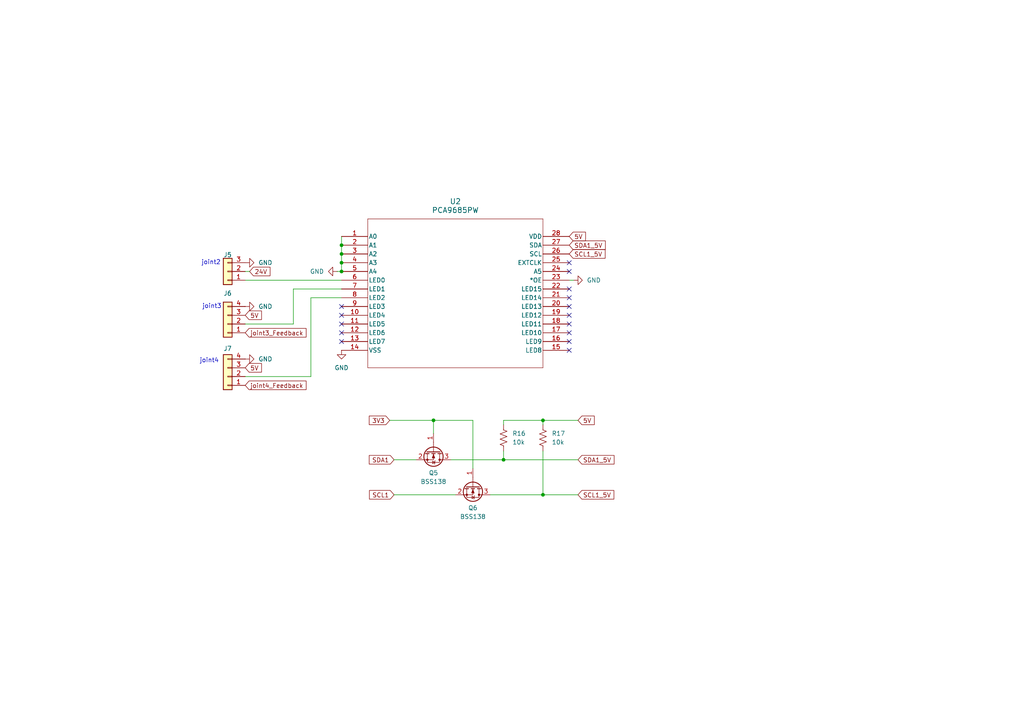
<source format=kicad_sch>
(kicad_sch (version 20250114) (generator "eeschema") (generator_version "9.0")
  (paper "A4")
  (lib_symbols
    (symbol "Alecs_Lib:PCA9685PW" (pin_names (offset 0.254))
      (property "Reference" "U" (at 33.02 10.16 0))
      (property "Value" "PCA9685PW" (at 33.02 7.62 0))
      (property "Footprint" "SOT361-1_NXP" (at 0 0 0))
      (property "Datasheet" "https://www.digikey.be/htmldatasheets/production/1640697/0/0/1/PCA9685-Datasheet.pdf" (at 0 0 0))
      (symbol "PCA9685PW_0_1"
        (polyline (pts (xy 7.62 5.08) (xy 7.62 -38.1)) (stroke (width 0.127)))
        (polyline (pts (xy 7.62 -38.1) (xy 58.42 -38.1)) (stroke (width 0.127)))
        (polyline (pts (xy 58.42 5.08) (xy 7.62 5.08)) (stroke (width 0.127)))
        (polyline (pts (xy 58.42 -38.1) (xy 58.42 5.08)) (stroke (width 0.127)))
        (pin unspecified line (at 0 0 0) (length 7.62) (name "A0") (number "1"))
        (pin unspecified line (at 0 -2.54 0) (length 7.62) (name "A1") (number "2"))
        (pin unspecified line (at 0 -5.08 0) (length 7.62) (name "A2") (number "3"))
        (pin unspecified line (at 0 -7.62 0) (length 7.62) (name "A3") (number "4"))
        (pin unspecified line (at 0 -10.16 0) (length 7.62) (name "A4") (number "5"))
        (pin unspecified line (at 0 -12.7 0) (length 7.62) (name "LED0") (number "6"))
        (pin unspecified line (at 0 -15.24 0) (length 7.62) (name "LED1") (number "7"))
        (pin unspecified line (at 0 -17.78 0) (length 7.62) (name "LED2") (number "8"))
        (pin unspecified line (at 0 -20.32 0) (length 7.62) (name "LED3") (number "9"))
        (pin unspecified line (at 0 -22.86 0) (length 7.62) (name "LED4") (number "10"))
        (pin unspecified line (at 0 -25.4 0) (length 7.62) (name "LED5") (number "11"))
        (pin unspecified line (at 0 -27.94 0) (length 7.62) (name "LED6") (number "12"))
        (pin unspecified line (at 0 -30.48 0) (length 7.62) (name "LED7") (number "13"))
        (pin unspecified line (at 0 -33.02 0) (length 7.62) (name "VSS") (number "14"))
        (pin unspecified line (at 66.04 0 180) (length 7.62) (name "VDD") (number "28"))
        (pin unspecified line (at 66.04 -2.54 180) (length 7.62) (name "SDA") (number "27"))
        (pin unspecified line (at 66.04 -5.08 180) (length 7.62) (name "SCL") (number "26"))
        (pin unspecified line (at 66.04 -7.62 180) (length 7.62) (name "EXTCLK") (number "25"))
        (pin unspecified line (at 66.04 -10.16 180) (length 7.62) (name "A5") (number "24"))
        (pin unspecified line (at 66.04 -12.7 180) (length 7.62) (name "*OE") (number "23"))
        (pin unspecified line (at 66.04 -15.24 180) (length 7.62) (name "LED15") (number "22"))
        (pin unspecified line (at 66.04 -17.78 180) (length 7.62) (name "LED14") (number "21"))
        (pin unspecified line (at 66.04 -20.32 180) (length 7.62) (name "LED13") (number "20"))
        (pin unspecified line (at 66.04 -22.86 180) (length 7.62) (name "LED12") (number "19"))
        (pin unspecified line (at 66.04 -25.4 180) (length 7.62) (name "LED11") (number "18"))
        (pin unspecified line (at 66.04 -27.94 180) (length 7.62) (name "LED10") (number "17"))
        (pin unspecified line (at 66.04 -30.48 180) (length 7.62) (name "LED9") (number "16"))
        (pin unspecified line (at 66.04 -33.02 180) (length 7.62) (name "LED8") (number "15"))
      )
    )
    (symbol "Connector_Generic:Conn_01x03" (pin_names (offset 1.016) (hide yes))
      (property "Reference" "J" (at 0 5.08 0))
      (property "Value" "Conn_01x03" (at 0 -5.08 0))
      (symbol "Conn_01x03_1_1"
        (rectangle (start -1.27 3.81) (end 1.27 -3.81) (stroke (width 0.254)) (fill (type background)))
        (rectangle (start -1.27 2.667) (end 0 2.413) (stroke (width 0.1524)))
        (rectangle (start -1.27 0.127) (end 0 -0.127) (stroke (width 0.1524)))
        (rectangle (start -1.27 -2.413) (end 0 -2.667) (stroke (width 0.1524)))
        (pin passive line (at -5.08 2.54 0) (length 3.81) (name "Pin_1") (number "1"))
        (pin passive line (at -5.08 0 0) (length 3.81) (name "Pin_2") (number "2"))
        (pin passive line (at -5.08 -2.54 0) (length 3.81) (name "Pin_3") (number "3"))
      )
    )
    (symbol "Connector_Generic:Conn_01x04" (pin_names (offset 1.016) (hide yes))
      (property "Reference" "J" (at 0 5.08 0))
      (property "Value" "Conn_01x04" (at 0 -7.62 0))
      (symbol "Conn_01x04_1_1"
        (rectangle (start -1.27 3.81) (end 1.27 -6.35) (stroke (width 0.254)) (fill (type background)))
        (rectangle (start -1.27 2.667) (end 0 2.413) (stroke (width 0.1524)))
        (rectangle (start -1.27 0.127) (end 0 -0.127) (stroke (width 0.1524)))
        (rectangle (start -1.27 -2.413) (end 0 -2.667) (stroke (width 0.1524)))
        (rectangle (start -1.27 -4.953) (end 0 -5.207) (stroke (width 0.1524)))
        (pin passive line (at -5.08 2.54 0) (length 3.81) (name "Pin_1") (number "1"))
        (pin passive line (at -5.08 0 0) (length 3.81) (name "Pin_2") (number "2"))
        (pin passive line (at -5.08 -2.54 0) (length 3.81) (name "Pin_3") (number "3"))
        (pin passive line (at -5.08 -5.08 0) (length 3.81) (name "Pin_4") (number "4"))
      )
    )
    (symbol "Device:R_US" (pin_numbers (hide yes)) (pin_names (offset 0))
      (property "Reference" "R" (at 2.54 0 90))
      (property "Value" "R_US" (at -2.54 0 90))
      (symbol "R_US_0_1"
        (polyline (pts (xy 0 2.286) (xy 0 2.54)))
        (polyline (pts (xy 0 2.286) (xy 1.016 1.905) (xy 0 1.524) (xy -1.016 1.143) (xy 0 0.762)))
        (polyline (pts (xy 0 0.762) (xy 1.016 0.381) (xy 0 0) (xy -1.016 -0.381) (xy 0 -0.762)))
        (polyline (pts (xy 0 -0.762) (xy 1.016 -1.143) (xy 0 -1.524) (xy -1.016 -1.905) (xy 0 -2.286)))
        (polyline (pts (xy 0 -2.286) (xy 0 -2.54)))
      )
      (symbol "R_US_1_1"
        (pin passive line (at 0 3.81 270) (length 1.27) (name "~") (number "1"))
        (pin passive line (at 0 -3.81 90) (length 1.27) (name "~") (number "2"))
      )
    )
    (symbol "Transistor_FET:BSS138" (pin_names (hide yes))
      (property "Reference" "Q" (at 5.08 1.905 0))
      (property "Value" "BSS138" (at 5.08 0 0))
      (symbol "BSS138_0_1"
        (polyline (pts (xy 0.254 1.905) (xy 0.254 -1.905)) (stroke (width 0.254)))
        (polyline (pts (xy 0.254 0) (xy -2.54 0)))
        (polyline (pts (xy 0.762 2.286) (xy 0.762 1.27)) (stroke (width 0.254)))
        (polyline (pts (xy 0.762 0.508) (xy 0.762 -0.508)) (stroke (width 0.254)))
        (polyline (pts (xy 0.762 -1.27) (xy 0.762 -2.286)) (stroke (width 0.254)))
        (polyline (pts (xy 0.762 -1.778) (xy 3.302 -1.778) (xy 3.302 1.778) (xy 0.762 1.778)))
        (polyline (pts (xy 1.016 0) (xy 2.032 0.381) (xy 2.032 -0.381) (xy 1.016 0)) (fill (type outline)))
        (circle (center 1.651 0) (radius 2.794) (stroke (width 0.254)))
        (polyline (pts (xy 2.54 2.54) (xy 2.54 1.778)))
        (circle (center 2.54 1.778) (radius 0.254) (fill (type outline)))
        (circle (center 2.54 -1.778) (radius 0.254) (fill (type outline)))
        (polyline (pts (xy 2.54 -2.54) (xy 2.54 0) (xy 0.762 0)))
        (polyline (pts (xy 2.794 0.508) (xy 2.921 0.381) (xy 3.683 0.381) (xy 3.81 0.254)))
        (polyline (pts (xy 3.302 0.381) (xy 2.921 -0.254) (xy 3.683 -0.254) (xy 3.302 0.381)))
      )
      (symbol "BSS138_1_1"
        (pin input line (at -5.08 0 0) (length 2.54) (name "G") (number "1"))
        (pin passive line (at 2.54 5.08 270) (length 2.54) (name "D") (number "3"))
        (pin passive line (at 2.54 -5.08 90) (length 2.54) (name "S") (number "2"))
      )
    )
    (symbol "power:GND" (power) (pin_numbers (hide yes)) (pin_names (offset 0) (hide yes))
      (property "Value" "GND" (at 0 -3.81 0))
      (symbol "GND_0_1"
        (polyline (pts (xy 0 0) (xy 0 -1.27) (xy 1.27 -1.27) (xy 0 -2.54) (xy -1.27 -1.27) (xy 0 -1.27)))
      )
      (symbol "GND_1_1"
        (pin power_in line (at 0 0 270) (length 0) (name "~") (number "1"))
      )
    )
  )
  (text "joint3" (at 61.468 88.9 0) (effects (font (size 1.27 1.27))))
  (text "joint4" (at 60.706 104.648 0) (effects (font (size 1.27 1.27))))
  (text "joint2" (at 61.214 76.2 0) (effects (font (size 1.27 1.27))))
  (junction (at 99.06 78.74))
  (junction (at 99.06 73.66))
  (junction (at 99.06 71.12))
  (junction (at 157.48 121.92))
  (junction (at 125.73 121.92))
  (junction (at 157.48 143.51))
  (junction (at 146.05 133.35))
  (junction (at 99.06 76.2))
  (no_connect (at 99.06 93.98))
  (no_connect (at 99.06 88.9))
  (no_connect (at 165.1 96.52))
  (no_connect (at 165.1 83.82))
  (no_connect (at 165.1 88.9))
  (no_connect (at 99.06 91.44))
  (no_connect (at 165.1 99.06))
  (no_connect (at 165.1 78.74))
  (no_connect (at 165.1 101.6))
  (no_connect (at 165.1 76.2))
  (no_connect (at 99.06 96.52))
  (no_connect (at 165.1 91.44))
  (no_connect (at 165.1 86.36))
  (no_connect (at 165.1 93.98))
  (no_connect (at 99.06 99.06))
  (wire (pts (xy 99.06 68.58) (xy 99.06 71.12)))
  (wire (pts (xy 146.05 121.92) (xy 146.05 123.19)))
  (wire (pts (xy 146.05 133.35) (xy 167.64 133.35)))
  (wire (pts (xy 99.06 76.2) (xy 99.06 78.74)))
  (wire (pts (xy 130.81 133.35) (xy 146.05 133.35)))
  (wire (pts (xy 166.37 81.28) (xy 165.1 81.28)))
  (wire (pts (xy 72.39 78.74) (xy 71.12 78.74)))
  (wire (pts (xy 114.3 143.51) (xy 132.08 143.51)))
  (wire (pts (xy 99.06 83.82) (xy 85.09 83.82)))
  (wire (pts (xy 157.48 143.51) (xy 167.64 143.51)))
  (wire (pts (xy 85.09 83.82) (xy 85.09 93.98)))
  (wire (pts (xy 137.16 121.92) (xy 137.16 135.89)))
  (wire (pts (xy 157.48 121.92) (xy 167.64 121.92)))
  (wire (pts (xy 142.24 143.51) (xy 157.48 143.51)))
  (wire (pts (xy 125.73 121.92) (xy 125.73 125.73)))
  (wire (pts (xy 99.06 73.66) (xy 99.06 76.2)))
  (wire (pts (xy 97.79 78.74) (xy 99.06 78.74)))
  (wire (pts (xy 146.05 130.81) (xy 146.05 133.35)))
  (wire (pts (xy 114.3 133.35) (xy 120.65 133.35)))
  (wire (pts (xy 125.73 121.92) (xy 137.16 121.92)))
  (wire (pts (xy 146.05 121.92) (xy 157.48 121.92)))
  (wire (pts (xy 85.09 93.98) (xy 71.12 93.98)))
  (wire (pts (xy 157.48 130.81) (xy 157.48 143.51)))
  (wire (pts (xy 113.03 121.92) (xy 125.73 121.92)))
  (wire (pts (xy 90.17 86.36) (xy 90.17 109.22)))
  (wire (pts (xy 90.17 109.22) (xy 71.12 109.22)))
  (wire (pts (xy 99.06 86.36) (xy 90.17 86.36)))
  (wire (pts (xy 157.48 121.92) (xy 157.48 123.19)))
  (wire (pts (xy 99.06 71.12) (xy 99.06 73.66)))
  (wire (pts (xy 71.12 81.28) (xy 99.06 81.28)))
  (global_label "joint4_Feedback" (shape input) (at 71.12 111.76 0) (property "Intersheetrefs" "${INTERSHEET_REFS}" (effects (hide yes))))
  (global_label "SCL1_5V" (shape input) (at 167.64 143.51 0) (property "Intersheetrefs" "${INTERSHEET_REFS}" (effects (hide yes))))
  (global_label "5V" (shape input) (at 71.12 106.68 0) (property "Intersheetrefs" "${INTERSHEET_REFS}" (effects (hide yes))))
  (global_label "SDA1_5V" (shape input) (at 165.1 71.12 0) (property "Intersheetrefs" "${INTERSHEET_REFS}" (effects (hide yes))))
  (global_label "SCL1_5V" (shape input) (at 165.1 73.66 0) (property "Intersheetrefs" "${INTERSHEET_REFS}" (effects (hide yes))))
  (global_label "3V3" (shape input) (at 113.03 121.92 180) (property "Intersheetrefs" "${INTERSHEET_REFS}" (effects (hide yes))))
  (global_label "SCL1" (shape input) (at 114.3 143.51 180) (property "Intersheetrefs" "${INTERSHEET_REFS}" (effects (hide yes))))
  (global_label "joint3_Feedback" (shape input) (at 71.12 96.52 0) (property "Intersheetrefs" "${INTERSHEET_REFS}" (effects (hide yes))))
  (global_label "5V" (shape input) (at 167.64 121.92 0) (property "Intersheetrefs" "${INTERSHEET_REFS}" (effects (hide yes))))
  (global_label "5V" (shape input) (at 165.1 68.58 0) (property "Intersheetrefs" "${INTERSHEET_REFS}" (effects (hide yes))))
  (global_label "5V" (shape input) (at 71.12 91.44 0) (property "Intersheetrefs" "${INTERSHEET_REFS}" (effects (hide yes))))
  (global_label "24V" (shape input) (at 72.39 78.74 0) (property "Intersheetrefs" "${INTERSHEET_REFS}" (effects (hide yes))))
  (global_label "SDA1_5V" (shape input) (at 167.64 133.35 0) (property "Intersheetrefs" "${INTERSHEET_REFS}" (effects (hide yes))))
  (global_label "SDA1" (shape input) (at 114.3 133.35 180) (property "Intersheetrefs" "${INTERSHEET_REFS}" (effects (hide yes))))
  (symbol (lib_id "Device:R_US") (at 157.48 127 0) (unit 1)
    (property "Reference" "R17" (at 160.02 125.7299 0) (effects (justify left)))
    (property "Value" "10k" (at 160.02 128.2699 0) (effects (justify left)))
    (property "Footprint" "Resistor_SMD:R_0805_2012Metric" (effects (hide yes)))
    (property "Description" "Resistor, US symbol" (effects (hide yes)))
    (property "Digikey Part Number" "YAG2132CT-ND" (effects (hide yes)))
  )
  (symbol (lib_id "Connector_Generic:Conn_01x03") (at 66.04 78.74 180) (unit 1)
    (property "Reference" "J5" (at 66.04 73.914 0))
    (property "Value" "joint2" (effects (hide yes)))
    (property "Footprint" "Connector_PinSocket_2.54mm:PinSocket_1x03_P2.54mm_Vertical" (effects (hide yes)))
    (property "PART-NUMBER" "M20-9990345" (effects (hide yes)))
  )
  (symbol (lib_id "Device:R_US") (at 146.05 127 0) (unit 1)
    (property "Reference" "R16" (at 148.59 125.7299 0) (effects (justify left)))
    (property "Value" "10k" (at 148.59 128.2699 0) (effects (justify left)))
    (property "Footprint" "Resistor_SMD:R_0805_2012Metric" (effects (hide yes)))
    (property "Description" "Resistor, US symbol" (effects (hide yes)))
    (property "Digikey Part Number" "YAG2132CT-ND" (effects (hide yes)))
  )
  (symbol (lib_id "Alecs_Lib:PCA9685PW") (at 99.06 68.58 0) (unit 1)
    (property "Reference" "U2" (at 132.08 58.42 0) (effects (font (size 1.524 1.524))))
    (property "Value" "PCA9685PW" (at 132.08 60.96 0) (effects (font (size 1.524 1.524))))
    (property "Footprint" "Package_SO:TSSOP-28_4.4x9.7mm_P0.65mm" (effects (hide yes)))
    (property "Datasheet" "https://www.nxp.com/docs/en/data-sheet/PCA9685.pdf" (effects (hide yes)))
    (property "Link" "https://www.digikey.com/en/products/detail/nxp-usa-inc/PCA9685PW-112/2034324" (effects (hide yes)))
    (property "Digikey Part Number" "568-8366-5-ND" (effects (hide yes)))
  )
  (symbol (lib_id "power:GND") (at 99.06 101.6 0) (unit 1)
    (property "Reference" "#PWR014" (effects (hide yes)))
    (property "Value" "GND" (at 99.06 106.68 0))
    (property "Description" "Power symbol creates a global label with name \"GND\" , ground" (effects (hide yes)))
  )
  (symbol (lib_id "power:GND") (at 97.79 78.74 270) (unit 1)
    (property "Reference" "#PWR013" (effects (hide yes)))
    (property "Value" "GND" (at 93.98 78.7399 90) (effects (justify right)))
    (property "Description" "Power symbol creates a global label with name \"GND\" , ground" (effects (hide yes)))
  )
  (symbol (lib_id "Connector_Generic:Conn_01x04") (at 66.04 93.98 180) (unit 1)
    (property "Reference" "J6" (at 66.04 85.09 0))
    (property "Value" "joint3" (effects (hide yes)))
    (property "Footprint" "Connector_PinSocket_2.54mm:PinSocket_1x04_P2.54mm_Vertical" (effects (hide yes)))
    (property "Description" "Generic connector, single row, 01x04, script generated (kicad-library-utils/schlib/autogen/connector/)" (effects (hide yes)))
  )
  (symbol (lib_id "power:GND") (at 71.12 88.9 90) (unit 1)
    (property "Reference" "#PWR011" (effects (hide yes)))
    (property "Value" "GND" (at 74.93 88.8999 90) (effects (justify right)))
    (property "Description" "Power symbol creates a global label with name \"GND\" , ground" (effects (hide yes)))
  )
  (symbol (lib_id "Connector_Generic:Conn_01x04") (at 66.04 109.22 180) (unit 1)
    (property "Reference" "J7" (at 66.04 101.092 0))
    (property "Value" "joint4" (effects (hide yes)))
    (property "Footprint" "Connector_PinSocket_2.54mm:PinSocket_1x04_P2.54mm_Vertical" (effects (hide yes)))
    (property "Description" "Generic connector, single row, 01x04, script generated (kicad-library-utils/schlib/autogen/connector/)" (effects (hide yes)))
  )
  (symbol (lib_id "Transistor_FET:BSS138") (at 125.73 130.81 270) (unit 1)
    (property "Reference" "Q5" (at 125.73 137.16 90))
    (property "Value" "BSS138" (at 125.73 139.7 90))
    (property "Footprint" "Package_TO_SOT_SMD:SOT-23-3" (effects (hide yes)))
    (property "Datasheet" "https://www.onsemi.com/pub/Collateral/BSS138-D.PDF" (effects (hide yes)))
    (property "Description" "50V Vds, 0.22A Id, N-Channel MOSFET, SOT-23" (effects (hide yes)))
    (property "Digikey Part Number" "BSS138-FDICT-ND" (effects (hide yes)))
  )
  (symbol (lib_id "power:GND") (at 71.12 104.14 90) (unit 1)
    (property "Reference" "#PWR012" (effects (hide yes)))
    (property "Value" "GND" (at 74.93 104.1399 90) (effects (justify right)))
    (property "Description" "Power symbol creates a global label with name \"GND\" , ground" (effects (hide yes)))
  )
  (symbol (lib_id "power:GND") (at 71.12 76.2 90) (unit 1)
    (property "Reference" "#PWR010" (effects (hide yes)))
    (property "Value" "GND" (at 74.93 76.1999 90) (effects (justify right)))
    (property "Description" "Power symbol creates a global label with name \"GND\" , ground" (effects (hide yes)))
  )
  (symbol (lib_id "power:GND") (at 166.37 81.28 90) (unit 1)
    (property "Reference" "#PWR015" (effects (hide yes)))
    (property "Value" "GND" (at 170.18 81.2799 90) (effects (justify right)))
    (property "Description" "Power symbol creates a global label with name \"GND\" , ground" (effects (hide yes)))
  )
  (symbol (lib_id "Transistor_FET:BSS138") (at 137.16 140.97 270) (unit 1)
    (property "Reference" "Q6" (at 137.16 147.32 90))
    (property "Value" "BSS138" (at 137.16 149.86 90))
    (property "Footprint" "Package_TO_SOT_SMD:SOT-23-3" (effects (hide yes)))
    (property "Datasheet" "https://www.onsemi.com/pub/Collateral/BSS138-D.PDF" (effects (hide yes)))
    (property "Description" "50V Vds, 0.22A Id, N-Channel MOSFET, SOT-23" (effects (hide yes)))
    (property "Digikey Part Number" "BSS138-FDICT-ND" (effects (hide yes)))
  )
)
</source>
